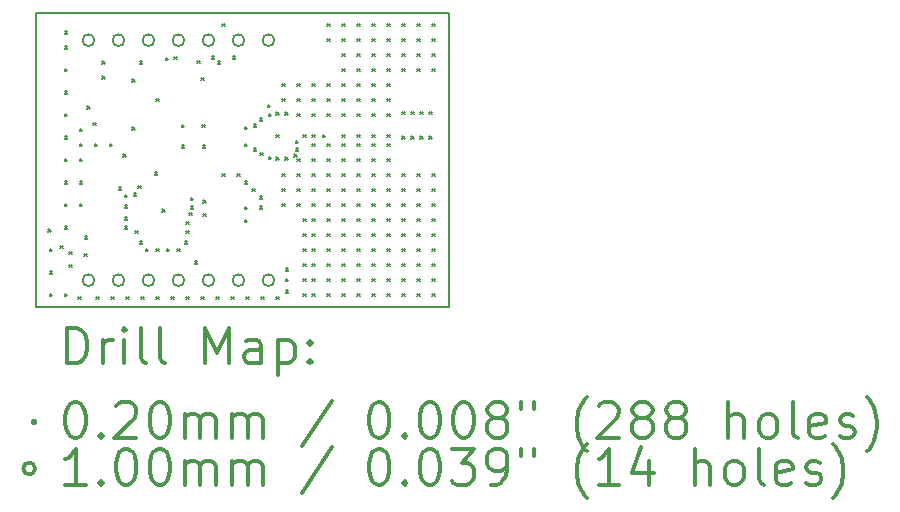
<source format=gbr>
%FSLAX45Y45*%
G04 Gerber Fmt 4.5, Leading zero omitted, Abs format (unit mm)*
G04 Created by KiCad (PCBNEW 4.0.7) date Sat Oct 28 22:34:50 2017*
%MOMM*%
%LPD*%
G01*
G04 APERTURE LIST*
%ADD10C,0.127000*%
%ADD11C,0.150000*%
%ADD12C,0.200000*%
%ADD13C,0.300000*%
G04 APERTURE END LIST*
D10*
D11*
X17081500Y-7137400D02*
X20579080Y-7137400D01*
X20579080Y-9629140D02*
X20579080Y-7137400D01*
X17081500Y-9629140D02*
X20579080Y-9629140D01*
X17081500Y-9629140D02*
X17081500Y-7137400D01*
D12*
X17185800Y-8968900D02*
X17205800Y-8988900D01*
X17205800Y-8968900D02*
X17185800Y-8988900D01*
X17198500Y-9134000D02*
X17218500Y-9154000D01*
X17218500Y-9134000D02*
X17198500Y-9154000D01*
X17198500Y-9324500D02*
X17218500Y-9344500D01*
X17218500Y-9324500D02*
X17198500Y-9344500D01*
X17198500Y-9515000D02*
X17218500Y-9535000D01*
X17218500Y-9515000D02*
X17198500Y-9535000D01*
X17287400Y-9108600D02*
X17307400Y-9128600D01*
X17307400Y-9108600D02*
X17287400Y-9128600D01*
X17325500Y-7292500D02*
X17345500Y-7312500D01*
X17345500Y-7292500D02*
X17325500Y-7312500D01*
X17325500Y-7419500D02*
X17345500Y-7439500D01*
X17345500Y-7419500D02*
X17325500Y-7439500D01*
X17325500Y-7610000D02*
X17345500Y-7630000D01*
X17345500Y-7610000D02*
X17325500Y-7630000D01*
X17325500Y-7800500D02*
X17345500Y-7820500D01*
X17345500Y-7800500D02*
X17325500Y-7820500D01*
X17325500Y-7991000D02*
X17345500Y-8011000D01*
X17345500Y-7991000D02*
X17325500Y-8011000D01*
X17325500Y-8181500D02*
X17345500Y-8201500D01*
X17345500Y-8181500D02*
X17325500Y-8201500D01*
X17325500Y-8372000D02*
X17345500Y-8392000D01*
X17345500Y-8372000D02*
X17325500Y-8392000D01*
X17325500Y-8562500D02*
X17345500Y-8582500D01*
X17345500Y-8562500D02*
X17325500Y-8582500D01*
X17325500Y-8753000D02*
X17345500Y-8773000D01*
X17345500Y-8753000D02*
X17325500Y-8773000D01*
X17325500Y-8943500D02*
X17345500Y-8963500D01*
X17345500Y-8943500D02*
X17325500Y-8963500D01*
X17325500Y-9515000D02*
X17345500Y-9535000D01*
X17345500Y-9515000D02*
X17325500Y-9535000D01*
X17363600Y-9159400D02*
X17383600Y-9179400D01*
X17383600Y-9159400D02*
X17363600Y-9179400D01*
X17363600Y-9266080D02*
X17383600Y-9286080D01*
X17383600Y-9266080D02*
X17363600Y-9286080D01*
X17439800Y-9540400D02*
X17459800Y-9560400D01*
X17459800Y-9540400D02*
X17439800Y-9560400D01*
X17452500Y-8118000D02*
X17472500Y-8138000D01*
X17472500Y-8118000D02*
X17452500Y-8138000D01*
X17452500Y-8245000D02*
X17472500Y-8265000D01*
X17472500Y-8245000D02*
X17452500Y-8265000D01*
X17452500Y-8372000D02*
X17472500Y-8392000D01*
X17472500Y-8372000D02*
X17452500Y-8392000D01*
X17452500Y-8562500D02*
X17472500Y-8582500D01*
X17472500Y-8562500D02*
X17452500Y-8582500D01*
X17452500Y-8753000D02*
X17472500Y-8773000D01*
X17472500Y-8753000D02*
X17452500Y-8773000D01*
X17490600Y-9174640D02*
X17510600Y-9194640D01*
X17510600Y-9174640D02*
X17490600Y-9194640D01*
X17495680Y-9027320D02*
X17515680Y-9047320D01*
X17515680Y-9027320D02*
X17495680Y-9047320D01*
X17516000Y-7927500D02*
X17536000Y-7947500D01*
X17536000Y-7927500D02*
X17516000Y-7947500D01*
X17566800Y-8067200D02*
X17586800Y-8087200D01*
X17586800Y-8067200D02*
X17566800Y-8087200D01*
X17579500Y-8245000D02*
X17599500Y-8265000D01*
X17599500Y-8245000D02*
X17579500Y-8265000D01*
X17592200Y-9540400D02*
X17612200Y-9560400D01*
X17612200Y-9540400D02*
X17592200Y-9560400D01*
X17643000Y-7546500D02*
X17663000Y-7566500D01*
X17663000Y-7546500D02*
X17643000Y-7566500D01*
X17643000Y-7673500D02*
X17663000Y-7693500D01*
X17663000Y-7673500D02*
X17643000Y-7693500D01*
X17706500Y-8245000D02*
X17726500Y-8265000D01*
X17726500Y-8245000D02*
X17706500Y-8265000D01*
X17719200Y-9540400D02*
X17739200Y-9560400D01*
X17739200Y-9540400D02*
X17719200Y-9560400D01*
X17782700Y-8613300D02*
X17802700Y-8633300D01*
X17802700Y-8613300D02*
X17782700Y-8633300D01*
X17820800Y-8333900D02*
X17840800Y-8353900D01*
X17840800Y-8333900D02*
X17820800Y-8353900D01*
X17833500Y-8676800D02*
X17853500Y-8696800D01*
X17853500Y-8676800D02*
X17833500Y-8696800D01*
X17833500Y-8765700D02*
X17853500Y-8785700D01*
X17853500Y-8765700D02*
X17833500Y-8785700D01*
X17833500Y-8867300D02*
X17853500Y-8887300D01*
X17853500Y-8867300D02*
X17833500Y-8887300D01*
X17833500Y-8943500D02*
X17853500Y-8963500D01*
X17853500Y-8943500D02*
X17833500Y-8963500D01*
X17846200Y-9540400D02*
X17866200Y-9560400D01*
X17866200Y-9540400D02*
X17846200Y-9560400D01*
X17897000Y-7698900D02*
X17917000Y-7718900D01*
X17917000Y-7698900D02*
X17897000Y-7718900D01*
X17897000Y-8105300D02*
X17917000Y-8125300D01*
X17917000Y-8105300D02*
X17897000Y-8125300D01*
X17909700Y-8664100D02*
X17929700Y-8684100D01*
X17929700Y-8664100D02*
X17909700Y-8684100D01*
X17922400Y-8981600D02*
X17942400Y-9001600D01*
X17942400Y-8981600D02*
X17922400Y-9001600D01*
X17947800Y-8600600D02*
X17967800Y-8620600D01*
X17967800Y-8600600D02*
X17947800Y-8620600D01*
X17960500Y-7546500D02*
X17980500Y-7566500D01*
X17980500Y-7546500D02*
X17960500Y-7566500D01*
X17960500Y-9070500D02*
X17980500Y-9090500D01*
X17980500Y-9070500D02*
X17960500Y-9090500D01*
X17973200Y-9540400D02*
X17993200Y-9560400D01*
X17993200Y-9540400D02*
X17973200Y-9560400D01*
X18011300Y-9134000D02*
X18031300Y-9154000D01*
X18031300Y-9134000D02*
X18011300Y-9154000D01*
X18087500Y-8486300D02*
X18107500Y-8506300D01*
X18107500Y-8486300D02*
X18087500Y-8506300D01*
X18100200Y-7864000D02*
X18120200Y-7884000D01*
X18120200Y-7864000D02*
X18100200Y-7884000D01*
X18100200Y-9134000D02*
X18120200Y-9154000D01*
X18120200Y-9134000D02*
X18100200Y-9154000D01*
X18100200Y-9540400D02*
X18120200Y-9560400D01*
X18120200Y-9540400D02*
X18100200Y-9560400D01*
X18151000Y-8797450D02*
X18171000Y-8817450D01*
X18171000Y-8797450D02*
X18151000Y-8817450D01*
X18178940Y-7513480D02*
X18198940Y-7533480D01*
X18198940Y-7513480D02*
X18178940Y-7533480D01*
X18189100Y-9134000D02*
X18209100Y-9154000D01*
X18209100Y-9134000D02*
X18189100Y-9154000D01*
X18227200Y-9540400D02*
X18247200Y-9560400D01*
X18247200Y-9540400D02*
X18227200Y-9560400D01*
X18252600Y-7508400D02*
X18272600Y-7528400D01*
X18272600Y-7508400D02*
X18252600Y-7528400D01*
X18278000Y-9134000D02*
X18298000Y-9154000D01*
X18298000Y-9134000D02*
X18278000Y-9154000D01*
X18318750Y-8082550D02*
X18338750Y-8102550D01*
X18338750Y-8082550D02*
X18318750Y-8102550D01*
X18318750Y-8255050D02*
X18338750Y-8275050D01*
X18338750Y-8255050D02*
X18318750Y-8275050D01*
X18341500Y-9070500D02*
X18361500Y-9090500D01*
X18361500Y-9070500D02*
X18341500Y-9090500D01*
X18354200Y-8905400D02*
X18374200Y-8925400D01*
X18374200Y-8905400D02*
X18354200Y-8925400D01*
X18354200Y-8981600D02*
X18374200Y-9001600D01*
X18374200Y-8981600D02*
X18354200Y-9001600D01*
X18354200Y-9540400D02*
X18374200Y-9560400D01*
X18374200Y-9540400D02*
X18354200Y-9560400D01*
X18379600Y-8829200D02*
X18399600Y-8849200D01*
X18399600Y-8829200D02*
X18379600Y-8849200D01*
X18392300Y-8702200D02*
X18412300Y-8722200D01*
X18412300Y-8702200D02*
X18392300Y-8722200D01*
X18392300Y-8772050D02*
X18412300Y-8792050D01*
X18412300Y-8772050D02*
X18392300Y-8792050D01*
X18427860Y-9238140D02*
X18447860Y-9258140D01*
X18447860Y-9238140D02*
X18427860Y-9258140D01*
X18447300Y-7542300D02*
X18467300Y-7562300D01*
X18467300Y-7542300D02*
X18447300Y-7562300D01*
X18481200Y-7686200D02*
X18501200Y-7706200D01*
X18501200Y-7686200D02*
X18481200Y-7706200D01*
X18481200Y-9540400D02*
X18501200Y-9560400D01*
X18501200Y-9540400D02*
X18481200Y-9560400D01*
X18491250Y-8082550D02*
X18511250Y-8102550D01*
X18511250Y-8082550D02*
X18491250Y-8102550D01*
X18493900Y-8257700D02*
X18513900Y-8277700D01*
X18513900Y-8257700D02*
X18493900Y-8277700D01*
X18500250Y-8721250D02*
X18520250Y-8741250D01*
X18520250Y-8721250D02*
X18500250Y-8741250D01*
X18500250Y-8835550D02*
X18520250Y-8855550D01*
X18520250Y-8835550D02*
X18500250Y-8855550D01*
X18570100Y-7502050D02*
X18590100Y-7522050D01*
X18590100Y-7502050D02*
X18570100Y-7522050D01*
X18608200Y-9540400D02*
X18628200Y-9560400D01*
X18628200Y-9540400D02*
X18608200Y-9560400D01*
X18620900Y-7546500D02*
X18640900Y-7566500D01*
X18640900Y-7546500D02*
X18620900Y-7566500D01*
X18659000Y-7229000D02*
X18679000Y-7249000D01*
X18679000Y-7229000D02*
X18659000Y-7249000D01*
X18659000Y-8499000D02*
X18679000Y-8519000D01*
X18679000Y-8499000D02*
X18659000Y-8519000D01*
X18735200Y-9540400D02*
X18755200Y-9560400D01*
X18755200Y-9540400D02*
X18735200Y-9560400D01*
X18747900Y-7502050D02*
X18767900Y-7522050D01*
X18767900Y-7502050D02*
X18747900Y-7522050D01*
X18786000Y-8499000D02*
X18806000Y-8519000D01*
X18806000Y-8499000D02*
X18786000Y-8519000D01*
X18849500Y-8098950D02*
X18869500Y-8118950D01*
X18869500Y-8098950D02*
X18849500Y-8118950D01*
X18849500Y-8245000D02*
X18869500Y-8265000D01*
X18869500Y-8245000D02*
X18849500Y-8265000D01*
X18849500Y-8562500D02*
X18869500Y-8582500D01*
X18869500Y-8562500D02*
X18849500Y-8582500D01*
X18849500Y-8778400D02*
X18869500Y-8798400D01*
X18869500Y-8778400D02*
X18849500Y-8798400D01*
X18849500Y-8886350D02*
X18869500Y-8906350D01*
X18869500Y-8886350D02*
X18849500Y-8906350D01*
X18862200Y-9540400D02*
X18882200Y-9560400D01*
X18882200Y-9540400D02*
X18862200Y-9560400D01*
X18913000Y-8626000D02*
X18933000Y-8646000D01*
X18933000Y-8626000D02*
X18913000Y-8646000D01*
X18925700Y-8079900D02*
X18945700Y-8099900D01*
X18945700Y-8079900D02*
X18925700Y-8099900D01*
X18925700Y-8283100D02*
X18945700Y-8303100D01*
X18945700Y-8283100D02*
X18925700Y-8303100D01*
X18976500Y-8029100D02*
X18996500Y-8049100D01*
X18996500Y-8029100D02*
X18976500Y-8049100D01*
X18976500Y-8689500D02*
X18996500Y-8709500D01*
X18996500Y-8689500D02*
X18976500Y-8709500D01*
X18976500Y-8772050D02*
X18996500Y-8792050D01*
X18996500Y-8772050D02*
X18976500Y-8792050D01*
X18982850Y-8321200D02*
X19002850Y-8341200D01*
X19002850Y-8321200D02*
X18982850Y-8341200D01*
X18989200Y-9540400D02*
X19009200Y-9560400D01*
X19009200Y-9540400D02*
X18989200Y-9560400D01*
X19045080Y-7912260D02*
X19065080Y-7932260D01*
X19065080Y-7912260D02*
X19045080Y-7932260D01*
X19052700Y-7991000D02*
X19072700Y-8011000D01*
X19072700Y-7991000D02*
X19052700Y-8011000D01*
X19052700Y-8352950D02*
X19072700Y-8372950D01*
X19072700Y-8352950D02*
X19052700Y-8372950D01*
X19116200Y-7978300D02*
X19136200Y-7998300D01*
X19136200Y-7978300D02*
X19116200Y-7998300D01*
X19116200Y-8168800D02*
X19136200Y-8188800D01*
X19136200Y-8168800D02*
X19116200Y-8188800D01*
X19116200Y-8359300D02*
X19136200Y-8379300D01*
X19136200Y-8359300D02*
X19116200Y-8379300D01*
X19116200Y-9540400D02*
X19136200Y-9560400D01*
X19136200Y-9540400D02*
X19116200Y-9560400D01*
X19167000Y-7737000D02*
X19187000Y-7757000D01*
X19187000Y-7737000D02*
X19167000Y-7757000D01*
X19167000Y-7864000D02*
X19187000Y-7884000D01*
X19187000Y-7864000D02*
X19167000Y-7884000D01*
X19167000Y-8499000D02*
X19187000Y-8519000D01*
X19187000Y-8499000D02*
X19167000Y-8519000D01*
X19167000Y-8626000D02*
X19187000Y-8646000D01*
X19187000Y-8626000D02*
X19167000Y-8646000D01*
X19167000Y-8753000D02*
X19187000Y-8773000D01*
X19187000Y-8753000D02*
X19167000Y-8773000D01*
X19192400Y-7978300D02*
X19212400Y-7998300D01*
X19212400Y-7978300D02*
X19192400Y-7998300D01*
X19192400Y-8359300D02*
X19212400Y-8379300D01*
X19212400Y-8359300D02*
X19192400Y-8379300D01*
X19198750Y-9299100D02*
X19218750Y-9319100D01*
X19218750Y-9299100D02*
X19198750Y-9319100D01*
X19198750Y-9388000D02*
X19218750Y-9408000D01*
X19218750Y-9388000D02*
X19198750Y-9408000D01*
X19198750Y-9483250D02*
X19218750Y-9503250D01*
X19218750Y-9483250D02*
X19198750Y-9503250D01*
X19268600Y-8333900D02*
X19288600Y-8353900D01*
X19288600Y-8333900D02*
X19268600Y-8353900D01*
X19281300Y-8219600D02*
X19301300Y-8239600D01*
X19301300Y-8219600D02*
X19281300Y-8239600D01*
X19281300Y-8283100D02*
X19301300Y-8303100D01*
X19301300Y-8283100D02*
X19281300Y-8303100D01*
X19294000Y-7737000D02*
X19314000Y-7757000D01*
X19314000Y-7737000D02*
X19294000Y-7757000D01*
X19294000Y-7864000D02*
X19314000Y-7884000D01*
X19314000Y-7864000D02*
X19294000Y-7884000D01*
X19294000Y-7991000D02*
X19314000Y-8011000D01*
X19314000Y-7991000D02*
X19294000Y-8011000D01*
X19294000Y-8372000D02*
X19314000Y-8392000D01*
X19314000Y-8372000D02*
X19294000Y-8392000D01*
X19294000Y-8499000D02*
X19314000Y-8519000D01*
X19314000Y-8499000D02*
X19294000Y-8519000D01*
X19294000Y-8626000D02*
X19314000Y-8646000D01*
X19314000Y-8626000D02*
X19294000Y-8646000D01*
X19294000Y-8753000D02*
X19314000Y-8773000D01*
X19314000Y-8753000D02*
X19294000Y-8773000D01*
X19344800Y-8168800D02*
X19364800Y-8188800D01*
X19364800Y-8168800D02*
X19344800Y-8188800D01*
X19344800Y-8880000D02*
X19364800Y-8900000D01*
X19364800Y-8880000D02*
X19344800Y-8900000D01*
X19344800Y-9007000D02*
X19364800Y-9027000D01*
X19364800Y-9007000D02*
X19344800Y-9027000D01*
X19344800Y-9134000D02*
X19364800Y-9154000D01*
X19364800Y-9134000D02*
X19344800Y-9154000D01*
X19344800Y-9261000D02*
X19364800Y-9281000D01*
X19364800Y-9261000D02*
X19344800Y-9281000D01*
X19344800Y-9388000D02*
X19364800Y-9408000D01*
X19364800Y-9388000D02*
X19344800Y-9408000D01*
X19344800Y-9515000D02*
X19364800Y-9535000D01*
X19364800Y-9515000D02*
X19344800Y-9535000D01*
X19421000Y-7737000D02*
X19441000Y-7757000D01*
X19441000Y-7737000D02*
X19421000Y-7757000D01*
X19421000Y-7864000D02*
X19441000Y-7884000D01*
X19441000Y-7864000D02*
X19421000Y-7884000D01*
X19421000Y-7991000D02*
X19441000Y-8011000D01*
X19441000Y-7991000D02*
X19421000Y-8011000D01*
X19421000Y-8168800D02*
X19441000Y-8188800D01*
X19441000Y-8168800D02*
X19421000Y-8188800D01*
X19421000Y-8245000D02*
X19441000Y-8265000D01*
X19441000Y-8245000D02*
X19421000Y-8265000D01*
X19421000Y-8372000D02*
X19441000Y-8392000D01*
X19441000Y-8372000D02*
X19421000Y-8392000D01*
X19421000Y-8499000D02*
X19441000Y-8519000D01*
X19441000Y-8499000D02*
X19421000Y-8519000D01*
X19421000Y-8626000D02*
X19441000Y-8646000D01*
X19441000Y-8626000D02*
X19421000Y-8646000D01*
X19421000Y-8753000D02*
X19441000Y-8773000D01*
X19441000Y-8753000D02*
X19421000Y-8773000D01*
X19421000Y-8880000D02*
X19441000Y-8900000D01*
X19441000Y-8880000D02*
X19421000Y-8900000D01*
X19421000Y-9007000D02*
X19441000Y-9027000D01*
X19441000Y-9007000D02*
X19421000Y-9027000D01*
X19421000Y-9134000D02*
X19441000Y-9154000D01*
X19441000Y-9134000D02*
X19421000Y-9154000D01*
X19421000Y-9261000D02*
X19441000Y-9281000D01*
X19441000Y-9261000D02*
X19421000Y-9281000D01*
X19421000Y-9388000D02*
X19441000Y-9408000D01*
X19441000Y-9388000D02*
X19421000Y-9408000D01*
X19421000Y-9515000D02*
X19441000Y-9535000D01*
X19441000Y-9515000D02*
X19421000Y-9535000D01*
X19509900Y-8168800D02*
X19529900Y-8188800D01*
X19529900Y-8168800D02*
X19509900Y-8188800D01*
X19548000Y-7229000D02*
X19568000Y-7249000D01*
X19568000Y-7229000D02*
X19548000Y-7249000D01*
X19548000Y-7356000D02*
X19568000Y-7376000D01*
X19568000Y-7356000D02*
X19548000Y-7376000D01*
X19548000Y-7737000D02*
X19568000Y-7757000D01*
X19568000Y-7737000D02*
X19548000Y-7757000D01*
X19548000Y-7864000D02*
X19568000Y-7884000D01*
X19568000Y-7864000D02*
X19548000Y-7884000D01*
X19548000Y-7991000D02*
X19568000Y-8011000D01*
X19568000Y-7991000D02*
X19548000Y-8011000D01*
X19548000Y-8245000D02*
X19568000Y-8265000D01*
X19568000Y-8245000D02*
X19548000Y-8265000D01*
X19548000Y-8372000D02*
X19568000Y-8392000D01*
X19568000Y-8372000D02*
X19548000Y-8392000D01*
X19548000Y-8499000D02*
X19568000Y-8519000D01*
X19568000Y-8499000D02*
X19548000Y-8519000D01*
X19548000Y-8626000D02*
X19568000Y-8646000D01*
X19568000Y-8626000D02*
X19548000Y-8646000D01*
X19548000Y-8753000D02*
X19568000Y-8773000D01*
X19568000Y-8753000D02*
X19548000Y-8773000D01*
X19548000Y-8880000D02*
X19568000Y-8900000D01*
X19568000Y-8880000D02*
X19548000Y-8900000D01*
X19548000Y-9007000D02*
X19568000Y-9027000D01*
X19568000Y-9007000D02*
X19548000Y-9027000D01*
X19548000Y-9134000D02*
X19568000Y-9154000D01*
X19568000Y-9134000D02*
X19548000Y-9154000D01*
X19548000Y-9261000D02*
X19568000Y-9281000D01*
X19568000Y-9261000D02*
X19548000Y-9281000D01*
X19548000Y-9388000D02*
X19568000Y-9408000D01*
X19568000Y-9388000D02*
X19548000Y-9408000D01*
X19548000Y-9515000D02*
X19568000Y-9535000D01*
X19568000Y-9515000D02*
X19548000Y-9535000D01*
X19675000Y-7229000D02*
X19695000Y-7249000D01*
X19695000Y-7229000D02*
X19675000Y-7249000D01*
X19675000Y-7356000D02*
X19695000Y-7376000D01*
X19695000Y-7356000D02*
X19675000Y-7376000D01*
X19675000Y-7483000D02*
X19695000Y-7503000D01*
X19695000Y-7483000D02*
X19675000Y-7503000D01*
X19675000Y-7610000D02*
X19695000Y-7630000D01*
X19695000Y-7610000D02*
X19675000Y-7630000D01*
X19675000Y-7737000D02*
X19695000Y-7757000D01*
X19695000Y-7737000D02*
X19675000Y-7757000D01*
X19675000Y-7864000D02*
X19695000Y-7884000D01*
X19695000Y-7864000D02*
X19675000Y-7884000D01*
X19675000Y-7991000D02*
X19695000Y-8011000D01*
X19695000Y-7991000D02*
X19675000Y-8011000D01*
X19675000Y-8168800D02*
X19695000Y-8188800D01*
X19695000Y-8168800D02*
X19675000Y-8188800D01*
X19675000Y-8245000D02*
X19695000Y-8265000D01*
X19695000Y-8245000D02*
X19675000Y-8265000D01*
X19675000Y-8372000D02*
X19695000Y-8392000D01*
X19695000Y-8372000D02*
X19675000Y-8392000D01*
X19675000Y-8499000D02*
X19695000Y-8519000D01*
X19695000Y-8499000D02*
X19675000Y-8519000D01*
X19675000Y-8626000D02*
X19695000Y-8646000D01*
X19695000Y-8626000D02*
X19675000Y-8646000D01*
X19675000Y-8753000D02*
X19695000Y-8773000D01*
X19695000Y-8753000D02*
X19675000Y-8773000D01*
X19675000Y-8880000D02*
X19695000Y-8900000D01*
X19695000Y-8880000D02*
X19675000Y-8900000D01*
X19675000Y-9007000D02*
X19695000Y-9027000D01*
X19695000Y-9007000D02*
X19675000Y-9027000D01*
X19675000Y-9134000D02*
X19695000Y-9154000D01*
X19695000Y-9134000D02*
X19675000Y-9154000D01*
X19675000Y-9261000D02*
X19695000Y-9281000D01*
X19695000Y-9261000D02*
X19675000Y-9281000D01*
X19675000Y-9388000D02*
X19695000Y-9408000D01*
X19695000Y-9388000D02*
X19675000Y-9408000D01*
X19675000Y-9515000D02*
X19695000Y-9535000D01*
X19695000Y-9515000D02*
X19675000Y-9535000D01*
X19802000Y-7229000D02*
X19822000Y-7249000D01*
X19822000Y-7229000D02*
X19802000Y-7249000D01*
X19802000Y-7356000D02*
X19822000Y-7376000D01*
X19822000Y-7356000D02*
X19802000Y-7376000D01*
X19802000Y-7483000D02*
X19822000Y-7503000D01*
X19822000Y-7483000D02*
X19802000Y-7503000D01*
X19802000Y-7610000D02*
X19822000Y-7630000D01*
X19822000Y-7610000D02*
X19802000Y-7630000D01*
X19802000Y-7737000D02*
X19822000Y-7757000D01*
X19822000Y-7737000D02*
X19802000Y-7757000D01*
X19802000Y-7864000D02*
X19822000Y-7884000D01*
X19822000Y-7864000D02*
X19802000Y-7884000D01*
X19802000Y-7991000D02*
X19822000Y-8011000D01*
X19822000Y-7991000D02*
X19802000Y-8011000D01*
X19802000Y-8168800D02*
X19822000Y-8188800D01*
X19822000Y-8168800D02*
X19802000Y-8188800D01*
X19802000Y-8245000D02*
X19822000Y-8265000D01*
X19822000Y-8245000D02*
X19802000Y-8265000D01*
X19802000Y-8372000D02*
X19822000Y-8392000D01*
X19822000Y-8372000D02*
X19802000Y-8392000D01*
X19802000Y-8499000D02*
X19822000Y-8519000D01*
X19822000Y-8499000D02*
X19802000Y-8519000D01*
X19802000Y-8626000D02*
X19822000Y-8646000D01*
X19822000Y-8626000D02*
X19802000Y-8646000D01*
X19802000Y-8753000D02*
X19822000Y-8773000D01*
X19822000Y-8753000D02*
X19802000Y-8773000D01*
X19802000Y-8880000D02*
X19822000Y-8900000D01*
X19822000Y-8880000D02*
X19802000Y-8900000D01*
X19802000Y-9007000D02*
X19822000Y-9027000D01*
X19822000Y-9007000D02*
X19802000Y-9027000D01*
X19802000Y-9134000D02*
X19822000Y-9154000D01*
X19822000Y-9134000D02*
X19802000Y-9154000D01*
X19802000Y-9261000D02*
X19822000Y-9281000D01*
X19822000Y-9261000D02*
X19802000Y-9281000D01*
X19802000Y-9388000D02*
X19822000Y-9408000D01*
X19822000Y-9388000D02*
X19802000Y-9408000D01*
X19802000Y-9515000D02*
X19822000Y-9535000D01*
X19822000Y-9515000D02*
X19802000Y-9535000D01*
X19929000Y-7229000D02*
X19949000Y-7249000D01*
X19949000Y-7229000D02*
X19929000Y-7249000D01*
X19929000Y-7356000D02*
X19949000Y-7376000D01*
X19949000Y-7356000D02*
X19929000Y-7376000D01*
X19929000Y-7483000D02*
X19949000Y-7503000D01*
X19949000Y-7483000D02*
X19929000Y-7503000D01*
X19929000Y-7610000D02*
X19949000Y-7630000D01*
X19949000Y-7610000D02*
X19929000Y-7630000D01*
X19929000Y-7737000D02*
X19949000Y-7757000D01*
X19949000Y-7737000D02*
X19929000Y-7757000D01*
X19929000Y-7864000D02*
X19949000Y-7884000D01*
X19949000Y-7864000D02*
X19929000Y-7884000D01*
X19929000Y-7991000D02*
X19949000Y-8011000D01*
X19949000Y-7991000D02*
X19929000Y-8011000D01*
X19929000Y-8168800D02*
X19949000Y-8188800D01*
X19949000Y-8168800D02*
X19929000Y-8188800D01*
X19929000Y-8245000D02*
X19949000Y-8265000D01*
X19949000Y-8245000D02*
X19929000Y-8265000D01*
X19929000Y-8372000D02*
X19949000Y-8392000D01*
X19949000Y-8372000D02*
X19929000Y-8392000D01*
X19929000Y-8499000D02*
X19949000Y-8519000D01*
X19949000Y-8499000D02*
X19929000Y-8519000D01*
X19929000Y-8626000D02*
X19949000Y-8646000D01*
X19949000Y-8626000D02*
X19929000Y-8646000D01*
X19929000Y-8753000D02*
X19949000Y-8773000D01*
X19949000Y-8753000D02*
X19929000Y-8773000D01*
X19929000Y-8880000D02*
X19949000Y-8900000D01*
X19949000Y-8880000D02*
X19929000Y-8900000D01*
X19929000Y-9007000D02*
X19949000Y-9027000D01*
X19949000Y-9007000D02*
X19929000Y-9027000D01*
X19929000Y-9134000D02*
X19949000Y-9154000D01*
X19949000Y-9134000D02*
X19929000Y-9154000D01*
X19929000Y-9261000D02*
X19949000Y-9281000D01*
X19949000Y-9261000D02*
X19929000Y-9281000D01*
X19929000Y-9388000D02*
X19949000Y-9408000D01*
X19949000Y-9388000D02*
X19929000Y-9408000D01*
X19929000Y-9515000D02*
X19949000Y-9535000D01*
X19949000Y-9515000D02*
X19929000Y-9535000D01*
X20056000Y-7229000D02*
X20076000Y-7249000D01*
X20076000Y-7229000D02*
X20056000Y-7249000D01*
X20056000Y-7356000D02*
X20076000Y-7376000D01*
X20076000Y-7356000D02*
X20056000Y-7376000D01*
X20056000Y-7483000D02*
X20076000Y-7503000D01*
X20076000Y-7483000D02*
X20056000Y-7503000D01*
X20056000Y-7610000D02*
X20076000Y-7630000D01*
X20076000Y-7610000D02*
X20056000Y-7630000D01*
X20056000Y-7737000D02*
X20076000Y-7757000D01*
X20076000Y-7737000D02*
X20056000Y-7757000D01*
X20056000Y-7864000D02*
X20076000Y-7884000D01*
X20076000Y-7864000D02*
X20056000Y-7884000D01*
X20056000Y-7991000D02*
X20076000Y-8011000D01*
X20076000Y-7991000D02*
X20056000Y-8011000D01*
X20056000Y-8168800D02*
X20076000Y-8188800D01*
X20076000Y-8168800D02*
X20056000Y-8188800D01*
X20056000Y-8245000D02*
X20076000Y-8265000D01*
X20076000Y-8245000D02*
X20056000Y-8265000D01*
X20056000Y-8372000D02*
X20076000Y-8392000D01*
X20076000Y-8372000D02*
X20056000Y-8392000D01*
X20056000Y-8499000D02*
X20076000Y-8519000D01*
X20076000Y-8499000D02*
X20056000Y-8519000D01*
X20056000Y-8626000D02*
X20076000Y-8646000D01*
X20076000Y-8626000D02*
X20056000Y-8646000D01*
X20056000Y-8753000D02*
X20076000Y-8773000D01*
X20076000Y-8753000D02*
X20056000Y-8773000D01*
X20056000Y-8880000D02*
X20076000Y-8900000D01*
X20076000Y-8880000D02*
X20056000Y-8900000D01*
X20056000Y-9007000D02*
X20076000Y-9027000D01*
X20076000Y-9007000D02*
X20056000Y-9027000D01*
X20056000Y-9134000D02*
X20076000Y-9154000D01*
X20076000Y-9134000D02*
X20056000Y-9154000D01*
X20056000Y-9261000D02*
X20076000Y-9281000D01*
X20076000Y-9261000D02*
X20056000Y-9281000D01*
X20056000Y-9388000D02*
X20076000Y-9408000D01*
X20076000Y-9388000D02*
X20056000Y-9408000D01*
X20056000Y-9515000D02*
X20076000Y-9535000D01*
X20076000Y-9515000D02*
X20056000Y-9535000D01*
X20183000Y-7229000D02*
X20203000Y-7249000D01*
X20203000Y-7229000D02*
X20183000Y-7249000D01*
X20183000Y-7356000D02*
X20203000Y-7376000D01*
X20203000Y-7356000D02*
X20183000Y-7376000D01*
X20183000Y-7483000D02*
X20203000Y-7503000D01*
X20203000Y-7483000D02*
X20183000Y-7503000D01*
X20183000Y-7610000D02*
X20203000Y-7630000D01*
X20203000Y-7610000D02*
X20183000Y-7630000D01*
X20183000Y-7971950D02*
X20203000Y-7991950D01*
X20203000Y-7971950D02*
X20183000Y-7991950D01*
X20183000Y-8181500D02*
X20203000Y-8201500D01*
X20203000Y-8181500D02*
X20183000Y-8201500D01*
X20183000Y-8499000D02*
X20203000Y-8519000D01*
X20203000Y-8499000D02*
X20183000Y-8519000D01*
X20183000Y-8626000D02*
X20203000Y-8646000D01*
X20203000Y-8626000D02*
X20183000Y-8646000D01*
X20183000Y-8753000D02*
X20203000Y-8773000D01*
X20203000Y-8753000D02*
X20183000Y-8773000D01*
X20183000Y-8880000D02*
X20203000Y-8900000D01*
X20203000Y-8880000D02*
X20183000Y-8900000D01*
X20183000Y-9007000D02*
X20203000Y-9027000D01*
X20203000Y-9007000D02*
X20183000Y-9027000D01*
X20183000Y-9134000D02*
X20203000Y-9154000D01*
X20203000Y-9134000D02*
X20183000Y-9154000D01*
X20183000Y-9261000D02*
X20203000Y-9281000D01*
X20203000Y-9261000D02*
X20183000Y-9281000D01*
X20183000Y-9388000D02*
X20203000Y-9408000D01*
X20203000Y-9388000D02*
X20183000Y-9408000D01*
X20183000Y-9515000D02*
X20203000Y-9535000D01*
X20203000Y-9515000D02*
X20183000Y-9535000D01*
X20259200Y-7971950D02*
X20279200Y-7991950D01*
X20279200Y-7971950D02*
X20259200Y-7991950D01*
X20259200Y-8181500D02*
X20279200Y-8201500D01*
X20279200Y-8181500D02*
X20259200Y-8201500D01*
X20310000Y-7229000D02*
X20330000Y-7249000D01*
X20330000Y-7229000D02*
X20310000Y-7249000D01*
X20310000Y-7356000D02*
X20330000Y-7376000D01*
X20330000Y-7356000D02*
X20310000Y-7376000D01*
X20310000Y-7483000D02*
X20330000Y-7503000D01*
X20330000Y-7483000D02*
X20310000Y-7503000D01*
X20310000Y-7610000D02*
X20330000Y-7630000D01*
X20330000Y-7610000D02*
X20310000Y-7630000D01*
X20310000Y-8499000D02*
X20330000Y-8519000D01*
X20330000Y-8499000D02*
X20310000Y-8519000D01*
X20310000Y-8626000D02*
X20330000Y-8646000D01*
X20330000Y-8626000D02*
X20310000Y-8646000D01*
X20310000Y-8753000D02*
X20330000Y-8773000D01*
X20330000Y-8753000D02*
X20310000Y-8773000D01*
X20310000Y-8880000D02*
X20330000Y-8900000D01*
X20330000Y-8880000D02*
X20310000Y-8900000D01*
X20310000Y-9007000D02*
X20330000Y-9027000D01*
X20330000Y-9007000D02*
X20310000Y-9027000D01*
X20310000Y-9134000D02*
X20330000Y-9154000D01*
X20330000Y-9134000D02*
X20310000Y-9154000D01*
X20310000Y-9261000D02*
X20330000Y-9281000D01*
X20330000Y-9261000D02*
X20310000Y-9281000D01*
X20310000Y-9388000D02*
X20330000Y-9408000D01*
X20330000Y-9388000D02*
X20310000Y-9408000D01*
X20310000Y-9515000D02*
X20330000Y-9535000D01*
X20330000Y-9515000D02*
X20310000Y-9535000D01*
X20335400Y-7971950D02*
X20355400Y-7991950D01*
X20355400Y-7971950D02*
X20335400Y-7991950D01*
X20335400Y-8181500D02*
X20355400Y-8201500D01*
X20355400Y-8181500D02*
X20335400Y-8201500D01*
X20411600Y-7971950D02*
X20431600Y-7991950D01*
X20431600Y-7971950D02*
X20411600Y-7991950D01*
X20411600Y-8181500D02*
X20431600Y-8201500D01*
X20431600Y-8181500D02*
X20411600Y-8201500D01*
X20437000Y-7229000D02*
X20457000Y-7249000D01*
X20457000Y-7229000D02*
X20437000Y-7249000D01*
X20437000Y-7356000D02*
X20457000Y-7376000D01*
X20457000Y-7356000D02*
X20437000Y-7376000D01*
X20437000Y-7483000D02*
X20457000Y-7503000D01*
X20457000Y-7483000D02*
X20437000Y-7503000D01*
X20437000Y-7610000D02*
X20457000Y-7630000D01*
X20457000Y-7610000D02*
X20437000Y-7630000D01*
X20437000Y-8499000D02*
X20457000Y-8519000D01*
X20457000Y-8499000D02*
X20437000Y-8519000D01*
X20437000Y-8626000D02*
X20457000Y-8646000D01*
X20457000Y-8626000D02*
X20437000Y-8646000D01*
X20437000Y-8753000D02*
X20457000Y-8773000D01*
X20457000Y-8753000D02*
X20437000Y-8773000D01*
X20437000Y-8880000D02*
X20457000Y-8900000D01*
X20457000Y-8880000D02*
X20437000Y-8900000D01*
X20437000Y-9007000D02*
X20457000Y-9027000D01*
X20457000Y-9007000D02*
X20437000Y-9027000D01*
X20437000Y-9134000D02*
X20457000Y-9154000D01*
X20457000Y-9134000D02*
X20437000Y-9154000D01*
X20437000Y-9261000D02*
X20457000Y-9281000D01*
X20457000Y-9261000D02*
X20437000Y-9281000D01*
X20437000Y-9388000D02*
X20457000Y-9408000D01*
X20457000Y-9388000D02*
X20437000Y-9408000D01*
X20437000Y-9515000D02*
X20457000Y-9535000D01*
X20457000Y-9515000D02*
X20437000Y-9535000D01*
X17576000Y-7366000D02*
G75*
G03X17576000Y-7366000I-50000J0D01*
G01*
X17576000Y-9398000D02*
G75*
G03X17576000Y-9398000I-50000J0D01*
G01*
X17830000Y-7366000D02*
G75*
G03X17830000Y-7366000I-50000J0D01*
G01*
X17830000Y-9398000D02*
G75*
G03X17830000Y-9398000I-50000J0D01*
G01*
X18084000Y-7366000D02*
G75*
G03X18084000Y-7366000I-50000J0D01*
G01*
X18084000Y-9398000D02*
G75*
G03X18084000Y-9398000I-50000J0D01*
G01*
X18338000Y-7366000D02*
G75*
G03X18338000Y-7366000I-50000J0D01*
G01*
X18338000Y-9398000D02*
G75*
G03X18338000Y-9398000I-50000J0D01*
G01*
X18592000Y-7366000D02*
G75*
G03X18592000Y-7366000I-50000J0D01*
G01*
X18592000Y-9398000D02*
G75*
G03X18592000Y-9398000I-50000J0D01*
G01*
X18846000Y-7366000D02*
G75*
G03X18846000Y-7366000I-50000J0D01*
G01*
X18846000Y-9398000D02*
G75*
G03X18846000Y-9398000I-50000J0D01*
G01*
X19100000Y-7366000D02*
G75*
G03X19100000Y-7366000I-50000J0D01*
G01*
X19100000Y-9398000D02*
G75*
G03X19100000Y-9398000I-50000J0D01*
G01*
D13*
X17345429Y-10102354D02*
X17345429Y-9802354D01*
X17416857Y-9802354D01*
X17459714Y-9816640D01*
X17488286Y-9845212D01*
X17502571Y-9873783D01*
X17516857Y-9930926D01*
X17516857Y-9973783D01*
X17502571Y-10030926D01*
X17488286Y-10059497D01*
X17459714Y-10088069D01*
X17416857Y-10102354D01*
X17345429Y-10102354D01*
X17645429Y-10102354D02*
X17645429Y-9902354D01*
X17645429Y-9959497D02*
X17659714Y-9930926D01*
X17674000Y-9916640D01*
X17702571Y-9902354D01*
X17731143Y-9902354D01*
X17831143Y-10102354D02*
X17831143Y-9902354D01*
X17831143Y-9802354D02*
X17816857Y-9816640D01*
X17831143Y-9830926D01*
X17845429Y-9816640D01*
X17831143Y-9802354D01*
X17831143Y-9830926D01*
X18016857Y-10102354D02*
X17988286Y-10088069D01*
X17974000Y-10059497D01*
X17974000Y-9802354D01*
X18174000Y-10102354D02*
X18145429Y-10088069D01*
X18131143Y-10059497D01*
X18131143Y-9802354D01*
X18516857Y-10102354D02*
X18516857Y-9802354D01*
X18616857Y-10016640D01*
X18716857Y-9802354D01*
X18716857Y-10102354D01*
X18988286Y-10102354D02*
X18988286Y-9945212D01*
X18974000Y-9916640D01*
X18945429Y-9902354D01*
X18888286Y-9902354D01*
X18859714Y-9916640D01*
X18988286Y-10088069D02*
X18959714Y-10102354D01*
X18888286Y-10102354D01*
X18859714Y-10088069D01*
X18845429Y-10059497D01*
X18845429Y-10030926D01*
X18859714Y-10002354D01*
X18888286Y-9988069D01*
X18959714Y-9988069D01*
X18988286Y-9973783D01*
X19131143Y-9902354D02*
X19131143Y-10202354D01*
X19131143Y-9916640D02*
X19159714Y-9902354D01*
X19216857Y-9902354D01*
X19245429Y-9916640D01*
X19259714Y-9930926D01*
X19274000Y-9959497D01*
X19274000Y-10045212D01*
X19259714Y-10073783D01*
X19245429Y-10088069D01*
X19216857Y-10102354D01*
X19159714Y-10102354D01*
X19131143Y-10088069D01*
X19402571Y-10073783D02*
X19416857Y-10088069D01*
X19402571Y-10102354D01*
X19388286Y-10088069D01*
X19402571Y-10073783D01*
X19402571Y-10102354D01*
X19402571Y-9916640D02*
X19416857Y-9930926D01*
X19402571Y-9945212D01*
X19388286Y-9930926D01*
X19402571Y-9916640D01*
X19402571Y-9945212D01*
X17054000Y-10586640D02*
X17074000Y-10606640D01*
X17074000Y-10586640D02*
X17054000Y-10606640D01*
X17402571Y-10432354D02*
X17431143Y-10432354D01*
X17459714Y-10446640D01*
X17474000Y-10460926D01*
X17488286Y-10489497D01*
X17502571Y-10546640D01*
X17502571Y-10618069D01*
X17488286Y-10675212D01*
X17474000Y-10703783D01*
X17459714Y-10718069D01*
X17431143Y-10732354D01*
X17402571Y-10732354D01*
X17374000Y-10718069D01*
X17359714Y-10703783D01*
X17345429Y-10675212D01*
X17331143Y-10618069D01*
X17331143Y-10546640D01*
X17345429Y-10489497D01*
X17359714Y-10460926D01*
X17374000Y-10446640D01*
X17402571Y-10432354D01*
X17631143Y-10703783D02*
X17645429Y-10718069D01*
X17631143Y-10732354D01*
X17616857Y-10718069D01*
X17631143Y-10703783D01*
X17631143Y-10732354D01*
X17759714Y-10460926D02*
X17774000Y-10446640D01*
X17802571Y-10432354D01*
X17874000Y-10432354D01*
X17902571Y-10446640D01*
X17916857Y-10460926D01*
X17931143Y-10489497D01*
X17931143Y-10518069D01*
X17916857Y-10560926D01*
X17745428Y-10732354D01*
X17931143Y-10732354D01*
X18116857Y-10432354D02*
X18145429Y-10432354D01*
X18174000Y-10446640D01*
X18188286Y-10460926D01*
X18202571Y-10489497D01*
X18216857Y-10546640D01*
X18216857Y-10618069D01*
X18202571Y-10675212D01*
X18188286Y-10703783D01*
X18174000Y-10718069D01*
X18145429Y-10732354D01*
X18116857Y-10732354D01*
X18088286Y-10718069D01*
X18074000Y-10703783D01*
X18059714Y-10675212D01*
X18045429Y-10618069D01*
X18045429Y-10546640D01*
X18059714Y-10489497D01*
X18074000Y-10460926D01*
X18088286Y-10446640D01*
X18116857Y-10432354D01*
X18345429Y-10732354D02*
X18345429Y-10532354D01*
X18345429Y-10560926D02*
X18359714Y-10546640D01*
X18388286Y-10532354D01*
X18431143Y-10532354D01*
X18459714Y-10546640D01*
X18474000Y-10575212D01*
X18474000Y-10732354D01*
X18474000Y-10575212D02*
X18488286Y-10546640D01*
X18516857Y-10532354D01*
X18559714Y-10532354D01*
X18588286Y-10546640D01*
X18602571Y-10575212D01*
X18602571Y-10732354D01*
X18745429Y-10732354D02*
X18745429Y-10532354D01*
X18745429Y-10560926D02*
X18759714Y-10546640D01*
X18788286Y-10532354D01*
X18831143Y-10532354D01*
X18859714Y-10546640D01*
X18874000Y-10575212D01*
X18874000Y-10732354D01*
X18874000Y-10575212D02*
X18888286Y-10546640D01*
X18916857Y-10532354D01*
X18959714Y-10532354D01*
X18988286Y-10546640D01*
X19002571Y-10575212D01*
X19002571Y-10732354D01*
X19588286Y-10418069D02*
X19331143Y-10803783D01*
X19974000Y-10432354D02*
X20002571Y-10432354D01*
X20031143Y-10446640D01*
X20045428Y-10460926D01*
X20059714Y-10489497D01*
X20074000Y-10546640D01*
X20074000Y-10618069D01*
X20059714Y-10675212D01*
X20045428Y-10703783D01*
X20031143Y-10718069D01*
X20002571Y-10732354D01*
X19974000Y-10732354D01*
X19945428Y-10718069D01*
X19931143Y-10703783D01*
X19916857Y-10675212D01*
X19902571Y-10618069D01*
X19902571Y-10546640D01*
X19916857Y-10489497D01*
X19931143Y-10460926D01*
X19945428Y-10446640D01*
X19974000Y-10432354D01*
X20202571Y-10703783D02*
X20216857Y-10718069D01*
X20202571Y-10732354D01*
X20188286Y-10718069D01*
X20202571Y-10703783D01*
X20202571Y-10732354D01*
X20402571Y-10432354D02*
X20431143Y-10432354D01*
X20459714Y-10446640D01*
X20474000Y-10460926D01*
X20488286Y-10489497D01*
X20502571Y-10546640D01*
X20502571Y-10618069D01*
X20488286Y-10675212D01*
X20474000Y-10703783D01*
X20459714Y-10718069D01*
X20431143Y-10732354D01*
X20402571Y-10732354D01*
X20374000Y-10718069D01*
X20359714Y-10703783D01*
X20345428Y-10675212D01*
X20331143Y-10618069D01*
X20331143Y-10546640D01*
X20345428Y-10489497D01*
X20359714Y-10460926D01*
X20374000Y-10446640D01*
X20402571Y-10432354D01*
X20688286Y-10432354D02*
X20716857Y-10432354D01*
X20745428Y-10446640D01*
X20759714Y-10460926D01*
X20774000Y-10489497D01*
X20788286Y-10546640D01*
X20788286Y-10618069D01*
X20774000Y-10675212D01*
X20759714Y-10703783D01*
X20745428Y-10718069D01*
X20716857Y-10732354D01*
X20688286Y-10732354D01*
X20659714Y-10718069D01*
X20645428Y-10703783D01*
X20631143Y-10675212D01*
X20616857Y-10618069D01*
X20616857Y-10546640D01*
X20631143Y-10489497D01*
X20645428Y-10460926D01*
X20659714Y-10446640D01*
X20688286Y-10432354D01*
X20959714Y-10560926D02*
X20931143Y-10546640D01*
X20916857Y-10532354D01*
X20902571Y-10503783D01*
X20902571Y-10489497D01*
X20916857Y-10460926D01*
X20931143Y-10446640D01*
X20959714Y-10432354D01*
X21016857Y-10432354D01*
X21045428Y-10446640D01*
X21059714Y-10460926D01*
X21074000Y-10489497D01*
X21074000Y-10503783D01*
X21059714Y-10532354D01*
X21045428Y-10546640D01*
X21016857Y-10560926D01*
X20959714Y-10560926D01*
X20931143Y-10575212D01*
X20916857Y-10589497D01*
X20902571Y-10618069D01*
X20902571Y-10675212D01*
X20916857Y-10703783D01*
X20931143Y-10718069D01*
X20959714Y-10732354D01*
X21016857Y-10732354D01*
X21045428Y-10718069D01*
X21059714Y-10703783D01*
X21074000Y-10675212D01*
X21074000Y-10618069D01*
X21059714Y-10589497D01*
X21045428Y-10575212D01*
X21016857Y-10560926D01*
X21188286Y-10432354D02*
X21188286Y-10489497D01*
X21302571Y-10432354D02*
X21302571Y-10489497D01*
X21745428Y-10846640D02*
X21731143Y-10832354D01*
X21702571Y-10789497D01*
X21688286Y-10760926D01*
X21674000Y-10718069D01*
X21659714Y-10646640D01*
X21659714Y-10589497D01*
X21674000Y-10518069D01*
X21688286Y-10475212D01*
X21702571Y-10446640D01*
X21731143Y-10403783D01*
X21745428Y-10389497D01*
X21845428Y-10460926D02*
X21859714Y-10446640D01*
X21888286Y-10432354D01*
X21959714Y-10432354D01*
X21988286Y-10446640D01*
X22002571Y-10460926D01*
X22016857Y-10489497D01*
X22016857Y-10518069D01*
X22002571Y-10560926D01*
X21831143Y-10732354D01*
X22016857Y-10732354D01*
X22188286Y-10560926D02*
X22159714Y-10546640D01*
X22145428Y-10532354D01*
X22131143Y-10503783D01*
X22131143Y-10489497D01*
X22145428Y-10460926D01*
X22159714Y-10446640D01*
X22188286Y-10432354D01*
X22245428Y-10432354D01*
X22274000Y-10446640D01*
X22288286Y-10460926D01*
X22302571Y-10489497D01*
X22302571Y-10503783D01*
X22288286Y-10532354D01*
X22274000Y-10546640D01*
X22245428Y-10560926D01*
X22188286Y-10560926D01*
X22159714Y-10575212D01*
X22145428Y-10589497D01*
X22131143Y-10618069D01*
X22131143Y-10675212D01*
X22145428Y-10703783D01*
X22159714Y-10718069D01*
X22188286Y-10732354D01*
X22245428Y-10732354D01*
X22274000Y-10718069D01*
X22288286Y-10703783D01*
X22302571Y-10675212D01*
X22302571Y-10618069D01*
X22288286Y-10589497D01*
X22274000Y-10575212D01*
X22245428Y-10560926D01*
X22474000Y-10560926D02*
X22445428Y-10546640D01*
X22431143Y-10532354D01*
X22416857Y-10503783D01*
X22416857Y-10489497D01*
X22431143Y-10460926D01*
X22445428Y-10446640D01*
X22474000Y-10432354D01*
X22531143Y-10432354D01*
X22559714Y-10446640D01*
X22574000Y-10460926D01*
X22588285Y-10489497D01*
X22588285Y-10503783D01*
X22574000Y-10532354D01*
X22559714Y-10546640D01*
X22531143Y-10560926D01*
X22474000Y-10560926D01*
X22445428Y-10575212D01*
X22431143Y-10589497D01*
X22416857Y-10618069D01*
X22416857Y-10675212D01*
X22431143Y-10703783D01*
X22445428Y-10718069D01*
X22474000Y-10732354D01*
X22531143Y-10732354D01*
X22559714Y-10718069D01*
X22574000Y-10703783D01*
X22588285Y-10675212D01*
X22588285Y-10618069D01*
X22574000Y-10589497D01*
X22559714Y-10575212D01*
X22531143Y-10560926D01*
X22945428Y-10732354D02*
X22945428Y-10432354D01*
X23074000Y-10732354D02*
X23074000Y-10575212D01*
X23059714Y-10546640D01*
X23031143Y-10532354D01*
X22988285Y-10532354D01*
X22959714Y-10546640D01*
X22945428Y-10560926D01*
X23259714Y-10732354D02*
X23231143Y-10718069D01*
X23216857Y-10703783D01*
X23202571Y-10675212D01*
X23202571Y-10589497D01*
X23216857Y-10560926D01*
X23231143Y-10546640D01*
X23259714Y-10532354D01*
X23302571Y-10532354D01*
X23331143Y-10546640D01*
X23345428Y-10560926D01*
X23359714Y-10589497D01*
X23359714Y-10675212D01*
X23345428Y-10703783D01*
X23331143Y-10718069D01*
X23302571Y-10732354D01*
X23259714Y-10732354D01*
X23531143Y-10732354D02*
X23502571Y-10718069D01*
X23488286Y-10689497D01*
X23488286Y-10432354D01*
X23759714Y-10718069D02*
X23731143Y-10732354D01*
X23674000Y-10732354D01*
X23645428Y-10718069D01*
X23631143Y-10689497D01*
X23631143Y-10575212D01*
X23645428Y-10546640D01*
X23674000Y-10532354D01*
X23731143Y-10532354D01*
X23759714Y-10546640D01*
X23774000Y-10575212D01*
X23774000Y-10603783D01*
X23631143Y-10632354D01*
X23888286Y-10718069D02*
X23916857Y-10732354D01*
X23974000Y-10732354D01*
X24002571Y-10718069D01*
X24016857Y-10689497D01*
X24016857Y-10675212D01*
X24002571Y-10646640D01*
X23974000Y-10632354D01*
X23931143Y-10632354D01*
X23902571Y-10618069D01*
X23888286Y-10589497D01*
X23888286Y-10575212D01*
X23902571Y-10546640D01*
X23931143Y-10532354D01*
X23974000Y-10532354D01*
X24002571Y-10546640D01*
X24116857Y-10846640D02*
X24131143Y-10832354D01*
X24159714Y-10789497D01*
X24174000Y-10760926D01*
X24188286Y-10718069D01*
X24202571Y-10646640D01*
X24202571Y-10589497D01*
X24188286Y-10518069D01*
X24174000Y-10475212D01*
X24159714Y-10446640D01*
X24131143Y-10403783D01*
X24116857Y-10389497D01*
X17074000Y-10992640D02*
G75*
G03X17074000Y-10992640I-50000J0D01*
G01*
X17502571Y-11128354D02*
X17331143Y-11128354D01*
X17416857Y-11128354D02*
X17416857Y-10828354D01*
X17388286Y-10871212D01*
X17359714Y-10899783D01*
X17331143Y-10914069D01*
X17631143Y-11099783D02*
X17645429Y-11114069D01*
X17631143Y-11128354D01*
X17616857Y-11114069D01*
X17631143Y-11099783D01*
X17631143Y-11128354D01*
X17831143Y-10828354D02*
X17859714Y-10828354D01*
X17888286Y-10842640D01*
X17902571Y-10856926D01*
X17916857Y-10885497D01*
X17931143Y-10942640D01*
X17931143Y-11014069D01*
X17916857Y-11071212D01*
X17902571Y-11099783D01*
X17888286Y-11114069D01*
X17859714Y-11128354D01*
X17831143Y-11128354D01*
X17802571Y-11114069D01*
X17788286Y-11099783D01*
X17774000Y-11071212D01*
X17759714Y-11014069D01*
X17759714Y-10942640D01*
X17774000Y-10885497D01*
X17788286Y-10856926D01*
X17802571Y-10842640D01*
X17831143Y-10828354D01*
X18116857Y-10828354D02*
X18145429Y-10828354D01*
X18174000Y-10842640D01*
X18188286Y-10856926D01*
X18202571Y-10885497D01*
X18216857Y-10942640D01*
X18216857Y-11014069D01*
X18202571Y-11071212D01*
X18188286Y-11099783D01*
X18174000Y-11114069D01*
X18145429Y-11128354D01*
X18116857Y-11128354D01*
X18088286Y-11114069D01*
X18074000Y-11099783D01*
X18059714Y-11071212D01*
X18045429Y-11014069D01*
X18045429Y-10942640D01*
X18059714Y-10885497D01*
X18074000Y-10856926D01*
X18088286Y-10842640D01*
X18116857Y-10828354D01*
X18345429Y-11128354D02*
X18345429Y-10928354D01*
X18345429Y-10956926D02*
X18359714Y-10942640D01*
X18388286Y-10928354D01*
X18431143Y-10928354D01*
X18459714Y-10942640D01*
X18474000Y-10971212D01*
X18474000Y-11128354D01*
X18474000Y-10971212D02*
X18488286Y-10942640D01*
X18516857Y-10928354D01*
X18559714Y-10928354D01*
X18588286Y-10942640D01*
X18602571Y-10971212D01*
X18602571Y-11128354D01*
X18745429Y-11128354D02*
X18745429Y-10928354D01*
X18745429Y-10956926D02*
X18759714Y-10942640D01*
X18788286Y-10928354D01*
X18831143Y-10928354D01*
X18859714Y-10942640D01*
X18874000Y-10971212D01*
X18874000Y-11128354D01*
X18874000Y-10971212D02*
X18888286Y-10942640D01*
X18916857Y-10928354D01*
X18959714Y-10928354D01*
X18988286Y-10942640D01*
X19002571Y-10971212D01*
X19002571Y-11128354D01*
X19588286Y-10814069D02*
X19331143Y-11199783D01*
X19974000Y-10828354D02*
X20002571Y-10828354D01*
X20031143Y-10842640D01*
X20045428Y-10856926D01*
X20059714Y-10885497D01*
X20074000Y-10942640D01*
X20074000Y-11014069D01*
X20059714Y-11071212D01*
X20045428Y-11099783D01*
X20031143Y-11114069D01*
X20002571Y-11128354D01*
X19974000Y-11128354D01*
X19945428Y-11114069D01*
X19931143Y-11099783D01*
X19916857Y-11071212D01*
X19902571Y-11014069D01*
X19902571Y-10942640D01*
X19916857Y-10885497D01*
X19931143Y-10856926D01*
X19945428Y-10842640D01*
X19974000Y-10828354D01*
X20202571Y-11099783D02*
X20216857Y-11114069D01*
X20202571Y-11128354D01*
X20188286Y-11114069D01*
X20202571Y-11099783D01*
X20202571Y-11128354D01*
X20402571Y-10828354D02*
X20431143Y-10828354D01*
X20459714Y-10842640D01*
X20474000Y-10856926D01*
X20488286Y-10885497D01*
X20502571Y-10942640D01*
X20502571Y-11014069D01*
X20488286Y-11071212D01*
X20474000Y-11099783D01*
X20459714Y-11114069D01*
X20431143Y-11128354D01*
X20402571Y-11128354D01*
X20374000Y-11114069D01*
X20359714Y-11099783D01*
X20345428Y-11071212D01*
X20331143Y-11014069D01*
X20331143Y-10942640D01*
X20345428Y-10885497D01*
X20359714Y-10856926D01*
X20374000Y-10842640D01*
X20402571Y-10828354D01*
X20602571Y-10828354D02*
X20788286Y-10828354D01*
X20688286Y-10942640D01*
X20731143Y-10942640D01*
X20759714Y-10956926D01*
X20774000Y-10971212D01*
X20788286Y-10999783D01*
X20788286Y-11071212D01*
X20774000Y-11099783D01*
X20759714Y-11114069D01*
X20731143Y-11128354D01*
X20645428Y-11128354D01*
X20616857Y-11114069D01*
X20602571Y-11099783D01*
X20931143Y-11128354D02*
X20988286Y-11128354D01*
X21016857Y-11114069D01*
X21031143Y-11099783D01*
X21059714Y-11056926D01*
X21074000Y-10999783D01*
X21074000Y-10885497D01*
X21059714Y-10856926D01*
X21045428Y-10842640D01*
X21016857Y-10828354D01*
X20959714Y-10828354D01*
X20931143Y-10842640D01*
X20916857Y-10856926D01*
X20902571Y-10885497D01*
X20902571Y-10956926D01*
X20916857Y-10985497D01*
X20931143Y-10999783D01*
X20959714Y-11014069D01*
X21016857Y-11014069D01*
X21045428Y-10999783D01*
X21059714Y-10985497D01*
X21074000Y-10956926D01*
X21188286Y-10828354D02*
X21188286Y-10885497D01*
X21302571Y-10828354D02*
X21302571Y-10885497D01*
X21745428Y-11242640D02*
X21731143Y-11228354D01*
X21702571Y-11185497D01*
X21688286Y-11156926D01*
X21674000Y-11114069D01*
X21659714Y-11042640D01*
X21659714Y-10985497D01*
X21674000Y-10914069D01*
X21688286Y-10871212D01*
X21702571Y-10842640D01*
X21731143Y-10799783D01*
X21745428Y-10785497D01*
X22016857Y-11128354D02*
X21845428Y-11128354D01*
X21931143Y-11128354D02*
X21931143Y-10828354D01*
X21902571Y-10871212D01*
X21874000Y-10899783D01*
X21845428Y-10914069D01*
X22274000Y-10928354D02*
X22274000Y-11128354D01*
X22202571Y-10814069D02*
X22131143Y-11028354D01*
X22316857Y-11028354D01*
X22659714Y-11128354D02*
X22659714Y-10828354D01*
X22788285Y-11128354D02*
X22788285Y-10971212D01*
X22774000Y-10942640D01*
X22745428Y-10928354D01*
X22702571Y-10928354D01*
X22674000Y-10942640D01*
X22659714Y-10956926D01*
X22974000Y-11128354D02*
X22945428Y-11114069D01*
X22931143Y-11099783D01*
X22916857Y-11071212D01*
X22916857Y-10985497D01*
X22931143Y-10956926D01*
X22945428Y-10942640D01*
X22974000Y-10928354D01*
X23016857Y-10928354D01*
X23045428Y-10942640D01*
X23059714Y-10956926D01*
X23074000Y-10985497D01*
X23074000Y-11071212D01*
X23059714Y-11099783D01*
X23045428Y-11114069D01*
X23016857Y-11128354D01*
X22974000Y-11128354D01*
X23245428Y-11128354D02*
X23216857Y-11114069D01*
X23202571Y-11085497D01*
X23202571Y-10828354D01*
X23474000Y-11114069D02*
X23445428Y-11128354D01*
X23388286Y-11128354D01*
X23359714Y-11114069D01*
X23345428Y-11085497D01*
X23345428Y-10971212D01*
X23359714Y-10942640D01*
X23388286Y-10928354D01*
X23445428Y-10928354D01*
X23474000Y-10942640D01*
X23488286Y-10971212D01*
X23488286Y-10999783D01*
X23345428Y-11028354D01*
X23602571Y-11114069D02*
X23631143Y-11128354D01*
X23688286Y-11128354D01*
X23716857Y-11114069D01*
X23731143Y-11085497D01*
X23731143Y-11071212D01*
X23716857Y-11042640D01*
X23688286Y-11028354D01*
X23645428Y-11028354D01*
X23616857Y-11014069D01*
X23602571Y-10985497D01*
X23602571Y-10971212D01*
X23616857Y-10942640D01*
X23645428Y-10928354D01*
X23688286Y-10928354D01*
X23716857Y-10942640D01*
X23831143Y-11242640D02*
X23845428Y-11228354D01*
X23874000Y-11185497D01*
X23888286Y-11156926D01*
X23902571Y-11114069D01*
X23916857Y-11042640D01*
X23916857Y-10985497D01*
X23902571Y-10914069D01*
X23888286Y-10871212D01*
X23874000Y-10842640D01*
X23845428Y-10799783D01*
X23831143Y-10785497D01*
M02*

</source>
